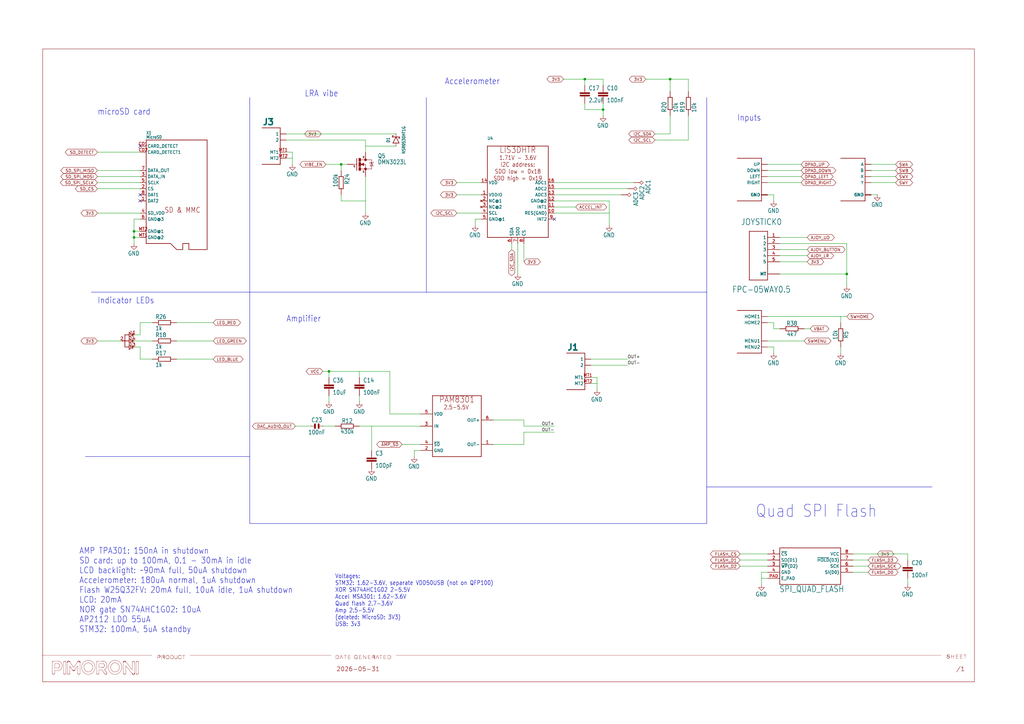
<source format=kicad_sch>
(kicad_sch (version 20230121) (generator eeschema)
  (paper "User" 426.949 302.158)
  (lib_symbols
    (symbol "32blit-eagle-import:1X02JST_SH"
      (property "Reference" "J" (at 0 8.382 0))
      (symbol "1X02JST_SH_1_0"
        (pin bidirectional line (at 10.16 5.08 180) (length 2.54) (name "1") (number "1"))
        (pin bidirectional line (at 10.16 2.54 180) (length 2.54) (name "2") (number "2"))
        (pin bidirectional line (at 10.16 -2.54 180) (length 2.54) (name "MT1") (number "MT1"))
        (pin bidirectional line (at 10.16 -5.08 180) (length 2.54) (name "MT2") (number "MT2"))
      )
    )
    (symbol "32blit-eagle-import:1X02PICOBLADE"
      (property "Reference" "J" (at 0 8.382 0))
      (symbol "1X02PICOBLADE_1_0"
        (pin bidirectional line (at 10.16 5.08 180) (length 2.54) (name "1") (number "1"))
        (pin bidirectional line (at 10.16 2.54 180) (length 2.54) (name "2") (number "2"))
        (pin bidirectional line (at 10.16 -2.54 180) (length 2.54) (name "MT1") (number "MT1"))
        (pin bidirectional line (at 10.16 -5.08 180) (length 2.54) (name "MT2") (number "MT2"))
      )
    )
    (symbol "32blit-eagle-import:ABXY"
      (symbol "ABXY_1_0"
        (pin bidirectional line (at 7.62 5.08 180) (length 2.54) (name "A") (number "A"))
        (pin bidirectional line (at 7.62 2.54 180) (length 2.54) (name "B") (number "B"))
        (pin bidirectional line (at 7.62 -7.62 180) (length 2.54) (name "GND") (number "GND1"))
        (pin bidirectional line (at 7.62 -7.62 180) (length 2.54) (name "GND") (number "GND2"))
        (pin bidirectional line (at 7.62 -7.62 180) (length 2.54) (name "GND") (number "GND3"))
        (pin bidirectional line (at 7.62 -7.62 180) (length 2.54) (name "GND") (number "GND4"))
        (pin bidirectional line (at 7.62 0 180) (length 2.54) (name "X") (number "X"))
        (pin bidirectional line (at 7.62 -2.54 180) (length 2.54) (name "Y") (number "Y"))
      )
    )
    (symbol "32blit-eagle-import:ACCEL_LIS3DHTR"
      (property "Reference" "U" (at -12.7 27.94 0))
      (symbol "ACCEL_LIS3DHTR_1_0"
        (text "1.71V - 3.6V\nI2C address:\nSDO low = 0x18\nSDO high = 0x19" (at 0 21.59 0) (effects (font (size 1.778 1.5113)) (justify top)))
        (text "LIS3DHTR" (at 0 22.352 0) (effects (font (size 2.54 2.159)) (justify bottom)))
        (pin power_in line (at -15.24 5.08 0) (length 2.54) (name "VDDIO") (number "1"))
        (pin bidirectional line (at 15.24 -2.54 180) (length 2.54) (name "RES(GND)") (number "10"))
        (pin output line (at 15.24 0 180) (length 2.54) (name "INT1") (number "11"))
        (pin power_in line (at 15.24 2.54 180) (length 2.54) (name "GND@2") (number "12"))
        (pin input line (at 15.24 5.08 180) (length 2.54) (name "ADC3") (number "13"))
        (pin power_in line (at -15.24 10.16 0) (length 2.54) (name "VDD") (number "14"))
        (pin input line (at 15.24 7.62 180) (length 2.54) (name "ADC2") (number "15"))
        (pin input line (at 15.24 10.16 180) (length 2.54) (name "ADC1") (number "16"))
        (pin no_connect line (at -15.24 2.54 0) (length 2.54) (name "NC@1") (number "2"))
        (pin no_connect line (at -15.24 0 0) (length 2.54) (name "NC@2") (number "3"))
        (pin bidirectional line (at -15.24 -2.54 0) (length 2.54) (name "SCL") (number "4"))
        (pin power_in line (at -15.24 -5.08 0) (length 2.54) (name "GND@1") (number "5"))
        (pin bidirectional line (at -2.54 -15.24 90) (length 2.54) (name "SDA") (number "6"))
        (pin bidirectional line (at 0 -15.24 90) (length 2.54) (name "SDO") (number "7"))
        (pin input line (at 2.54 -15.24 90) (length 2.54) (name "CS") (number "8"))
        (pin output line (at 15.24 -5.08 180) (length 2.54) (name "INT2") (number "9"))
      )
    )
    (symbol "32blit-eagle-import:C-EUC0402K"
      (property "Reference" "C" (at 1.524 0.381 0))
      (symbol "C-EUC0402K_1_0"
        (pin passive line (at 0 2.54 270) (length 2.54) (name "1") (number "1"))
        (pin passive line (at 0 -5.08 90) (length 2.54) (name "2") (number "2"))
      )
    )
    (symbol "32blit-eagle-import:C-EUC0603"
      (property "Reference" "C" (at 1.524 0.381 0))
      (symbol "C-EUC0603_1_0"
        (pin passive line (at 0 2.54 270) (length 2.54) (name "1") (number "1"))
        (pin passive line (at 0 -5.08 90) (length 2.54) (name "2") (number "2"))
      )
    )
    (symbol "32blit-eagle-import:C-EUC0805"
      (property "Reference" "C" (at 1.524 0.381 0))
      (symbol "C-EUC0805_1_0"
        (pin passive line (at 0 2.54 270) (length 2.54) (name "1") (number "1"))
        (pin passive line (at 0 -5.08 90) (length 2.54) (name "2") (number "2"))
      )
    )
    (symbol "32blit-eagle-import:CAPACITOR.0402"
      (property "Reference" "C" (at -2.54 0 90))
      (symbol "CAPACITOR.0402_1_0"
        (pin bidirectional line (at 0 2.54 270) (length 0) (name "1") (number "1"))
        (pin bidirectional line (at 0 -2.54 90) (length 0) (name "2") (number "2"))
      )
    )
    (symbol "32blit-eagle-import:DINA3_PIM_L"
      (symbol "DINA3_PIM_L_1_0"
        (text "${#}/${##}" (at 384.574 4.318 0) (effects (font (size 1.778 1.778)) (justify right bottom)))
        (text "${CURRENT_DATE}" (at 122.428 4.318 0) (effects (font (size 1.778 1.778)) (justify left bottom)))
        (text "${PROJECTNAME}" (at 48.006 4.318 0) (effects (font (size 1.778 1.778)) (justify left bottom)))
      )
    )
    (symbol "32blit-eagle-import:DIODE-SCHOTTKY"
      (property "Reference" "D" (at 0 2.54 0))
      (symbol "DIODE-SCHOTTKY_1_0"
        (pin passive line (at -2.54 0 0) (length 0) (name "A") (number "A"))
        (pin passive line (at 2.54 0 180) (length 0) (name "C") (number "C"))
      )
    )
    (symbol "32blit-eagle-import:DPAD"
      (symbol "DPAD_1_0"
        (pin bidirectional line (at 7.62 2.54 180) (length 2.54) (name "DOWN") (number "DOWN"))
        (pin bidirectional line (at 7.62 -7.62 180) (length 2.54) (name "GND") (number "GND1"))
        (pin bidirectional line (at 7.62 -7.62 180) (length 2.54) (name "GND") (number "GND2"))
        (pin bidirectional line (at 7.62 -7.62 180) (length 2.54) (name "GND") (number "GND3"))
        (pin bidirectional line (at 7.62 -7.62 180) (length 2.54) (name "GND") (number "GND4"))
        (pin bidirectional line (at 7.62 0 180) (length 2.54) (name "LEFT") (number "LEFT"))
        (pin bidirectional line (at 7.62 -2.54 180) (length 2.54) (name "RIGHT") (number "RIGHT"))
        (pin bidirectional line (at 7.62 5.08 180) (length 2.54) (name "UP") (number "UP"))
      )
    )
    (symbol "32blit-eagle-import:FPC-05WAY0.5"
      (property "Reference" "FPC" (at -2.54 5.08 0))
      (symbol "FPC-05WAY0.5_1_0"
        (pin bidirectional line (at 5.08 0 180) (length 5.08) (name "1") (number "1"))
        (pin bidirectional line (at 5.08 -2.54 180) (length 5.08) (name "2") (number "2"))
        (pin bidirectional line (at 5.08 -5.08 180) (length 5.08) (name "3") (number "3"))
        (pin bidirectional line (at 5.08 -7.62 180) (length 5.08) (name "4") (number "4"))
        (pin bidirectional line (at 5.08 -10.16 180) (length 5.08) (name "5") (number "5"))
        (pin bidirectional line (at 5.08 -15.24 180) (length 5.08) (name "MT") (number "MT1"))
        (pin bidirectional line (at 5.08 -15.24 180) (length 5.08) (name "MT") (number "MT2"))
      )
    )
    (symbol "32blit-eagle-import:HOME-MENU"
      (symbol "HOME-MENU_1_0"
        (pin bidirectional line (at 7.62 -7.62 180) (length 2.54) (name "MENU2") (number "GND3"))
        (pin bidirectional line (at 7.62 2.54 180) (length 2.54) (name "HOME2") (number "GND4"))
        (pin bidirectional line (at 7.62 5.08 180) (length 2.54) (name "HOME1") (number "HOME"))
        (pin bidirectional line (at 7.62 -5.08 180) (length 2.54) (name "MENU1") (number "MENU"))
      )
    )
    (symbol "32blit-eagle-import:LED_RGB_4P6028_REVERSE"
      (symbol "LED_RGB_4P6028_REVERSE_1_0"
        (text "B" (at -1.778 -2.794 0) (effects (font (size 0.6096 0.5181) (thickness 0.1036) bold) (justify left bottom)))
        (text "G" (at -1.778 -0.254 0) (effects (font (size 0.6096 0.5181) (thickness 0.1036) bold) (justify left bottom)))
        (text "R" (at -1.778 2.286 0) (effects (font (size 0.6096 0.5181) (thickness 0.1036) bold) (justify left bottom)))
        (pin bidirectional line (at 0 2.54 180) (length 0) (name "RC") (number "1"))
        (pin bidirectional line (at -5.08 0 0) (length 0) (name "A") (number "2"))
        (pin bidirectional line (at 0 -2.54 180) (length 0) (name "BC") (number "3"))
        (pin bidirectional line (at 0 0 180) (length 0) (name "GC") (number "4"))
      )
    )
    (symbol "32blit-eagle-import:MICROSD"
      (property "Reference" "CN" (at -12.7 22.606 0))
      (symbol "MICROSD_1_0"
        (text "SD & MMC" (at -5.08 -10.16 0) (effects (font (size 2.1844 1.8567)) (justify left bottom)))
        (pin bidirectional line (at -15.24 -5.08 0) (length 2.54) (name "DAT2") (number "1"))
        (pin input line (at -15.24 0 0) (length 2.54) (name "CS") (number "2"))
        (pin input line (at -15.24 5.08 0) (length 2.54) (name "DATA_IN") (number "3"))
        (pin power_in line (at -15.24 -10.16 0) (length 2.54) (name "SD_VDD") (number "4"))
        (pin input line (at -15.24 2.54 0) (length 2.54) (name "SCLK") (number "5"))
        (pin power_in line (at -15.24 -12.7 0) (length 2.54) (name "GND@3") (number "6"))
        (pin output line (at -15.24 7.62 0) (length 2.54) (name "DATA_OUT") (number "7"))
        (pin bidirectional line (at -15.24 -2.54 0) (length 2.54) (name "DAT1") (number "8"))
        (pin passive line (at -15.24 17.78 0) (length 2.54) (name "CARD_DETECT") (number "CD1"))
        (pin passive line (at -15.24 15.24 0) (length 2.54) (name "CARD_DETECT1") (number "CD2"))
        (pin power_in line (at -15.24 -20.32 0) (length 2.54) (name "GND@2") (number "MT1"))
        (pin power_in line (at -15.24 -17.78 0) (length 2.54) (name "GND@1") (number "MT2"))
      )
    )
    (symbol "32blit-eagle-import:MOSFET-NCHANNEL"
      (property "Reference" "Q" (at 5.08 2.54 0))
      (symbol "MOSFET-NCHANNEL_1_0"
        (text "D" (at -1.27 2.54 0) (effects (font (size 0.8128 0.6908)) (justify left bottom)))
        (text "G" (at -5.08 -1.27 0) (effects (font (size 0.8128 0.6908)) (justify left bottom)))
        (text "S" (at -1.27 -3.556 0) (effects (font (size 0.8128 0.6908)) (justify left bottom)))
        (pin passive line (at -7.62 0 0) (length 2.54) (name "G") (number "1"))
        (pin passive line (at 0 -5.08 90) (length 2.54) (name "S") (number "2"))
        (pin passive line (at 0 5.08 270) (length 2.54) (name "D") (number "3"))
      )
    )
    (symbol "32blit-eagle-import:PAM8301"
      (symbol "PAM8301_1_0"
        (text "2.5-5.5V" (at -0.254 9.398 0) (effects (font (size 1.778 1.5113)) (justify bottom)))
        (text "PAM8301" (at 0 12.192 0) (effects (font (size 2.54 2.159)) (justify bottom)))
        (pin bidirectional line (at 15.24 -5.08 180) (length 5.08) (name "OUT-") (number "1"))
        (pin bidirectional line (at -15.24 -7.62 0) (length 5.08) (name "GND") (number "2"))
        (pin bidirectional line (at -15.24 2.54 0) (length 5.08) (name "IN") (number "3"))
        (pin bidirectional line (at -15.24 -5.08 0) (length 5.08) (name "~{SD}") (number "4"))
        (pin bidirectional line (at -15.24 7.62 0) (length 5.08) (name "VDD") (number "5"))
        (pin bidirectional line (at 15.24 5.08 180) (length 5.08) (name "OUT+") (number "6"))
      )
    )
    (symbol "32blit-eagle-import:R-EU_R0603"
      (property "Reference" "R" (at 0 1.2446 0))
      (symbol "R-EU_R0603_1_0"
        (pin passive line (at -5.08 0 0) (length 2.54) (name "1") (number "1"))
        (pin passive line (at 5.08 0 180) (length 2.54) (name "2") (number "2"))
      )
    )
    (symbol "32blit-eagle-import:SPI_QUAD_FLASH"
      (symbol "SPI_QUAD_FLASH_1_0"
        (pin bidirectional line (at -17.78 5.08 0) (length 5.08) (name "~{CS}") (number "1"))
        (pin bidirectional line (at -17.78 2.54 0) (length 5.08) (name "SO(D1)") (number "2"))
        (pin bidirectional line (at -17.78 0 0) (length 5.08) (name "~{WP}(D2)") (number "3"))
        (pin bidirectional line (at -17.78 -2.54 0) (length 5.08) (name "GND") (number "4"))
        (pin bidirectional line (at 17.78 -2.54 180) (length 5.08) (name "SI(D0)") (number "5"))
        (pin bidirectional line (at 17.78 0 180) (length 5.08) (name "SCK") (number "6"))
        (pin bidirectional line (at 17.78 2.54 180) (length 5.08) (name "~{HOLD}(D3)") (number "7"))
        (pin bidirectional line (at 17.78 5.08 180) (length 5.08) (name "VCC") (number "8"))
        (pin bidirectional line (at -17.78 -5.08 0) (length 5.08) (name "E_PAD") (number "PAD"))
      )
    )
    (symbol "32blit-eagle-import:rcl_C-EUC0402K"
      (property "Reference" "C" (at 1.524 0.381 0))
      (symbol "rcl_C-EUC0402K_1_0"
        (pin passive line (at 0 2.54 270) (length 2.54) (name "1") (number "1"))
        (pin passive line (at 0 -5.08 90) (length 2.54) (name "2") (number "2"))
      )
    )
    (symbol "Connector:TestPoint_Alt" (pin_numbers hide) (pin_names (offset 0.762) hide)
      (property "Reference" "TP" (at 0 6.858 0))
      (property "Value" "TestPoint_Alt" (at 0 5.08 0))
      (symbol "TestPoint_Alt_1_1"
        (pin passive line (at 0 0 90) (length 2.54) (name "1") (number "1"))
      )
    )
    (symbol "power:GND" (power) (pin_names (offset 0))
      (property "Value" "GND" (at 0 -3.81 0))
      (symbol "GND_1_1"
        (pin power_in line (at 0 0 270) (length 0) hide (name "GND") (number "1"))
      )
    )
  )
  (junction (at 353.06 114.3))
  (junction (at 243.84 33.02))
  (junction (at 55.88 99.06))
  (junction (at 142.24 68.58))
  (junction (at 251.46 45.72))
  (junction (at 137.16 154.94))
  (junction (at 279.4 33.02))
  (junction (at 55.88 96.52))
  (no_connect (at 231.14 91.44))
  (no_connect (at 58.42 60.96))
  (no_connect (at 58.42 81.28))
  (no_connect (at 58.42 83.82))
  (wire (pts (xy 254 88.9) (xy 254 83.82)) (stroke (width 0.1524)))
  (wire (pts (xy 246.38 152.4) (xy 261.62 152.4)) (stroke (width 0.1524)))
  (wire (pts (xy 218.44 180.34) (xy 231.14 180.34)))
  (wire (pts (xy 139.7 177.8) (xy 134.62 177.8)) (stroke (width 0.1524)))
  (wire (pts (xy 142.24 68.58) (xy 142.24 71.12)) (stroke (width 0.1524)))
  (polyline (pts (xy 35.56 190.5) (xy 104.14 190.5)) (stroke (width 0.1524) (type solid)))
  (wire (pts (xy 259.08 81.28) (xy 231.14 81.28)) (stroke (width 0.1524)))
  (wire (pts (xy 287.02 33.02) (xy 287.02 38.1)) (stroke (width 0.1524)))
  (wire (pts (xy 218.44 185.42) (xy 205.74 185.42)) (stroke (width 0.1524)))
  (wire (pts (xy 251.46 45.72) (xy 251.46 43.18)) (stroke (width 0.1524)))
  (polyline (pts (xy 294.64 203.2) (xy 388.62 203.2)) (stroke (width 0.1524) (type solid)))
  (wire (pts (xy 231.14 86.36) (xy 240.03 86.36)) (stroke (width 0.1524)))
  (wire (pts (xy 353.06 114.3) (xy 353.06 101.6)) (stroke (width 0.1524)))
  (wire (pts (xy 58.42 76.2) (xy 40.64 76.2)) (stroke (width 0.1524)))
  (wire (pts (xy 55.88 139.7) (xy 58.42 139.7)) (stroke (width 0.1524)))
  (polyline (pts (xy 294.64 218.44) (xy 294.64 203.2)) (stroke (width 0.1524) (type solid)))
  (wire (pts (xy 134.62 154.94) (xy 137.16 154.94)) (stroke (width 0.1524)))
  (wire (pts (xy 119.38 55.88) (xy 165.1 55.88)) (stroke (width 0.1524)))
  (wire (pts (xy 149.86 167.64) (xy 149.86 165.1)) (stroke (width 0.1524)))
  (wire (pts (xy 190.5 81.28) (xy 200.66 81.28)) (stroke (width 0.1524)))
  (polyline (pts (xy 294.64 203.2) (xy 294.64 121.92)) (stroke (width 0.1524) (type solid)))
  (wire (pts (xy 320.04 233.68) (xy 308.61 233.68)) (stroke (width 0.1524)))
  (wire (pts (xy 40.64 78.74) (xy 58.42 78.74)) (stroke (width 0.1524)))
  (wire (pts (xy 251.46 48.26) (xy 251.46 45.72)) (stroke (width 0.1524)))
  (wire (pts (xy 218.44 180.34) (xy 218.44 185.42)) (stroke (width 0.1524)))
  (wire (pts (xy 152.4 60.96) (xy 152.4 63.5)) (stroke (width 0.1524)))
  (polyline (pts (xy 104.14 218.44) (xy 294.64 218.44)) (stroke (width 0.1524) (type solid)))
  (wire (pts (xy 162.56 172.72) (xy 162.56 154.94)) (stroke (width 0.1524)))
  (wire (pts (xy 355.6 233.68) (xy 361.95 233.68)) (stroke (width 0.1524)))
  (wire (pts (xy 279.4 55.88) (xy 279.4 48.26)) (stroke (width 0.1524)))
  (wire (pts (xy 243.84 33.02) (xy 234.95 33.02)) (stroke (width 0.1524)))
  (wire (pts (xy 142.24 83.82) (xy 142.24 81.28)) (stroke (width 0.1524)))
  (wire (pts (xy 254 93.98) (xy 254 88.9)) (stroke (width 0.1524)))
  (wire (pts (xy 119.38 63.5) (xy 121.92 63.5)) (stroke (width 0.1524)))
  (wire (pts (xy 55.88 91.44) (xy 55.88 96.52)) (stroke (width 0.1524)))
  (wire (pts (xy 254 83.82) (xy 231.14 83.82)) (stroke (width 0.1524)))
  (wire (pts (xy 119.38 58.42) (xy 152.4 58.42)) (stroke (width 0.1524)))
  (wire (pts (xy 162.56 154.94) (xy 149.86 154.94)) (stroke (width 0.1524)))
  (wire (pts (xy 322.58 81.28) (xy 322.58 83.82)) (stroke (width 0.1524)))
  (wire (pts (xy 58.42 73.66) (xy 40.64 73.66)) (stroke (width 0.1524)))
  (wire (pts (xy 55.88 96.52) (xy 58.42 96.52)) (stroke (width 0.1524)))
  (wire (pts (xy 320.04 76.2) (xy 334.01 76.2)) (stroke (width 0.1524)))
  (polyline (pts (xy 104.14 121.92) (xy 38.1 121.92)) (stroke (width 0.1524) (type solid)))
  (wire (pts (xy 363.22 71.12) (xy 373.38 71.12)) (stroke (width 0.1524)))
  (wire (pts (xy 355.6 238.76) (xy 361.95 238.76)) (stroke (width 0.1524)))
  (wire (pts (xy 40.64 88.9) (xy 58.42 88.9)) (stroke (width 0.1524)))
  (wire (pts (xy 149.86 157.48) (xy 149.86 154.94)) (stroke (width 0.1524)))
  (wire (pts (xy 73.66 142.24) (xy 88.9 142.24)) (stroke (width 0.1524)))
  (wire (pts (xy 363.22 73.66) (xy 373.38 73.66)) (stroke (width 0.1524)))
  (wire (pts (xy 152.4 73.66) (xy 152.4 83.82)) (stroke (width 0.1524)))
  (wire (pts (xy 273.05 58.42) (xy 287.02 58.42)) (stroke (width 0.1524)))
  (wire (pts (xy 279.4 38.1) (xy 279.4 33.02)) (stroke (width 0.1524)))
  (wire (pts (xy 137.16 154.94) (xy 137.16 157.48)) (stroke (width 0.1524)))
  (wire (pts (xy 152.4 83.82) (xy 152.4 88.9)) (stroke (width 0.1524)))
  (wire (pts (xy 279.4 33.02) (xy 287.02 33.02)) (stroke (width 0.1524)))
  (wire (pts (xy 320.04 231.14) (xy 308.61 231.14)) (stroke (width 0.1524)))
  (wire (pts (xy 198.12 91.44) (xy 200.66 91.44)) (stroke (width 0.1524)))
  (wire (pts (xy 190.5 88.9) (xy 200.66 88.9)) (stroke (width 0.1524)))
  (wire (pts (xy 58.42 134.62) (xy 63.5 134.62)) (stroke (width 0.1524)))
  (wire (pts (xy 152.4 83.82) (xy 142.24 83.82)) (stroke (width 0.1524)))
  (wire (pts (xy 55.88 99.06) (xy 55.88 101.6)) (stroke (width 0.1524)))
  (wire (pts (xy 320.04 142.24) (xy 335.28 142.24)) (stroke (width 0.1524)))
  (wire (pts (xy 246.38 160.02) (xy 248.92 160.02)) (stroke (width 0.1524)))
  (wire (pts (xy 149.86 177.8) (xy 154.94 177.8)) (stroke (width 0.1524)))
  (wire (pts (xy 149.86 154.94) (xy 137.16 154.94)) (stroke (width 0.1524)))
  (wire (pts (xy 73.66 149.86) (xy 88.9 149.86)) (stroke (width 0.1524)))
  (wire (pts (xy 215.9 101.6) (xy 215.9 114.3)) (stroke (width 0.1524)))
  (wire (pts (xy 363.22 81.28) (xy 365.76 81.28)) (stroke (width 0.1524)))
  (wire (pts (xy 154.94 187.96) (xy 154.94 177.8)) (stroke (width 0.1524)))
  (wire (pts (xy 320.04 144.78) (xy 322.58 144.78)) (stroke (width 0.1524)))
  (wire (pts (xy 251.46 35.56) (xy 251.46 33.02)) (stroke (width 0.1524)))
  (wire (pts (xy 287.02 58.42) (xy 287.02 48.26)) (stroke (width 0.1524)))
  (wire (pts (xy 172.72 187.96) (xy 175.26 187.96)) (stroke (width 0.1524)))
  (wire (pts (xy 320.04 238.76) (xy 317.5 238.76)) (stroke (width 0.1524)))
  (wire (pts (xy 322.58 134.62) (xy 322.58 137.16)) (stroke (width 0.1524)))
  (wire (pts (xy 152.4 58.42) (xy 152.4 60.96)) (stroke (width 0.1524)))
  (wire (pts (xy 355.6 231.14) (xy 378.46 231.14)) (stroke (width 0.1524)))
  (polyline (pts (xy 294.64 121.92) (xy 294.64 40.64)) (stroke (width 0.1524) (type solid)))
  (wire (pts (xy 248.92 160.02) (xy 248.92 162.56)) (stroke (width 0.1524)))
  (wire (pts (xy 198.12 93.98) (xy 198.12 91.44)) (stroke (width 0.1524)))
  (wire (pts (xy 58.42 149.86) (xy 58.42 144.78)) (stroke (width 0.1524)))
  (wire (pts (xy 325.12 104.14) (xy 336.55 104.14)) (stroke (width 0.1524)))
  (wire (pts (xy 322.58 144.78) (xy 322.58 147.32)) (stroke (width 0.1524)))
  (wire (pts (xy 246.38 149.86) (xy 261.62 149.86)) (stroke (width 0.1524)))
  (wire (pts (xy 55.88 99.06) (xy 55.88 96.52)) (stroke (width 0.1524)))
  (wire (pts (xy 40.64 142.24) (xy 50.8 142.24)))
  (wire (pts (xy 355.6 236.22) (xy 361.95 236.22)) (stroke (width 0.1524)))
  (wire (pts (xy 325.12 99.06) (xy 336.55 99.06)) (stroke (width 0.1524)))
  (wire (pts (xy 320.04 241.3) (xy 317.5 241.3)) (stroke (width 0.1524)))
  (wire (pts (xy 248.92 157.48) (xy 248.92 160.02)) (stroke (width 0.1524)))
  (polyline (pts (xy 104.14 40.64) (xy 104.14 121.92)) (stroke (width 0.1524) (type solid)))
  (wire (pts (xy 363.22 76.2) (xy 373.38 76.2)) (stroke (width 0.1524)))
  (wire (pts (xy 205.74 175.26) (xy 218.44 175.26)) (stroke (width 0.1524)))
  (wire (pts (xy 121.92 63.5) (xy 121.92 66.04)) (stroke (width 0.1524)))
  (wire (pts (xy 58.42 63.5) (xy 40.64 63.5)) (stroke (width 0.1524)))
  (wire (pts (xy 246.38 157.48) (xy 248.92 157.48)) (stroke (width 0.1524)))
  (wire (pts (xy 325.12 109.22) (xy 336.55 109.22)) (stroke (width 0.1524)))
  (wire (pts (xy 325.12 106.68) (xy 336.55 106.68)) (stroke (width 0.1524)))
  (wire (pts (xy 335.28 137.16) (xy 337.82 137.16)) (stroke (width 0.1524)))
  (wire (pts (xy 363.22 68.58) (xy 373.38 68.58)) (stroke (width 0.1524)))
  (wire (pts (xy 58.42 99.06) (xy 55.88 99.06)) (stroke (width 0.1524)))
  (polyline (pts (xy 104.14 218.44) (xy 104.14 121.92)) (stroke (width 0.1524) (type solid)))
  (wire (pts (xy 350.52 144.78) (xy 350.52 147.32)) (stroke (width 0.1524)))
  (wire (pts (xy 218.44 175.26) (xy 218.44 177.8)) (stroke (width 0.1524)))
  (wire (pts (xy 58.42 144.78) (xy 55.88 144.78)) (stroke (width 0.1524)))
  (wire (pts (xy 273.05 55.88) (xy 279.4 55.88)) (stroke (width 0.1524)))
  (wire (pts (xy 129.54 177.8) (xy 123.19 177.8)) (stroke (width 0.1524)))
  (wire (pts (xy 144.78 68.58) (xy 142.24 68.58)) (stroke (width 0.1524)))
  (wire (pts (xy 320.04 81.28) (xy 322.58 81.28)) (stroke (width 0.1524)))
  (wire (pts (xy 322.58 137.16) (xy 325.12 137.16)) (stroke (width 0.1524)))
  (wire (pts (xy 243.84 45.72) (xy 243.84 43.18)) (stroke (width 0.1524)))
  (wire (pts (xy 320.04 68.58) (xy 334.01 68.58)) (stroke (width 0.1524)))
  (wire (pts (xy 218.44 177.8) (xy 231.14 177.8)) (stroke (width 0.1524)))
  (wire (pts (xy 137.16 165.1) (xy 137.16 167.64)) (stroke (width 0.1524)))
  (wire (pts (xy 350.52 134.62) (xy 350.52 132.08)) (stroke (width 0.1524)))
  (wire (pts (xy 264.16 76.2) (xy 231.14 76.2)) (stroke (width 0.1524)))
  (wire (pts (xy 218.44 101.6) (xy 218.44 109.22)) (stroke (width 0.1524)))
  (wire (pts (xy 243.84 35.56) (xy 243.84 33.02)) (stroke (width 0.1524)))
  (wire (pts (xy 175.26 185.42) (xy 167.64 185.42)) (stroke (width 0.1524)))
  (wire (pts (xy 231.14 78.74) (xy 261.62 78.74)) (stroke (width 0.1524)))
  (wire (pts (xy 243.84 33.02) (xy 251.46 33.02)) (stroke (width 0.1524)))
  (wire (pts (xy 231.14 88.9) (xy 254 88.9)) (stroke (width 0.1524)))
  (wire (pts (xy 378.46 233.68) (xy 378.46 231.14)) (stroke (width 0.1524)))
  (wire (pts (xy 353.06 114.3) (xy 353.06 119.38)) (stroke (width 0.1524)))
  (wire (pts (xy 121.92 66.04) (xy 121.92 68.58)) (stroke (width 0.1524)))
  (wire (pts (xy 320.04 71.12) (xy 334.01 71.12)) (stroke (width 0.1524)))
  (wire (pts (xy 73.66 134.62) (xy 88.9 134.62)) (stroke (width 0.1524)))
  (wire (pts (xy 58.42 91.44) (xy 55.88 91.44)) (stroke (width 0.1524)))
  (polyline (pts (xy 177.8 121.92) (xy 294.64 121.92)) (stroke (width 0.1524) (type solid)))
  (wire (pts (xy 317.5 238.76) (xy 317.5 241.3)) (stroke (width 0.1524)))
  (wire (pts (xy 58.42 139.7) (xy 58.42 134.62)) (stroke (width 0.1524)))
  (wire (pts (xy 320.04 236.22) (xy 308.61 236.22)) (stroke (width 0.1524)))
  (wire (pts (xy 320.04 132.08) (xy 350.52 132.08)) (stroke (width 0.1524)))
  (wire (pts (xy 320.04 134.62) (xy 322.58 134.62)) (stroke (width 0.1524)))
  (wire (pts (xy 269.24 33.02) (xy 279.4 33.02)) (stroke (width 0.1524)))
  (wire (pts (xy 378.46 243.84) (xy 378.46 241.3)) (stroke (width 0.1524)))
  (wire (pts (xy 135.89 68.58) (xy 142.24 68.58)) (stroke (width 0.1524)))
  (polyline (pts (xy 177.8 121.92) (xy 177.8 40.64)) (stroke (width 0.1524) (type solid)))
  (wire (pts (xy 353.06 101.6) (xy 325.12 101.6)) (stroke (width 0.1524)))
  (wire (pts (xy 119.38 66.04) (xy 121.92 66.04)) (stroke (width 0.1524)))
  (polyline (pts (xy 104.14 121.92) (xy 177.8 121.92)) (stroke (width 0.1524) (type solid)))
  (wire (pts (xy 251.46 45.72) (xy 243.84 45.72)) (stroke (width 0.1524)))
  (wire (pts (xy 317.5 241.3) (xy 317.5 243.84)) (stroke (width 0.1524)))
  (wire (pts (xy 190.5 76.2) (xy 200.66 76.2)) (stroke (width 0.1524)))
  (wire (pts (xy 172.72 187.96) (xy 172.72 190.5)) (stroke (width 0.1524)))
  (wire (pts (xy 213.36 101.6) (xy 213.36 104.14)) (stroke (width 0.1524)))
  (wire (pts (xy 40.64 71.12) (xy 58.42 71.12)) (stroke (width 0.1524)))
  (wire (pts (xy 350.52 132.08) (xy 353.06 132.08)) (stroke (width 0.1524)))
  (wire (pts (xy 154.94 177.8) (xy 175.26 177.8)) (stroke (width 0.1524)))
  (wire (pts (xy 175.26 172.72) (xy 162.56 172.72)) (stroke (width 0.1524)))
  (wire (pts (xy 55.88 142.24) (xy 63.5 142.24)) (stroke (width 0.1524)))
  (wire (pts (xy 165.1 60.96) (xy 152.4 60.96)) (stroke (width 0.1524)))
  (wire (pts (xy 325.12 114.3) (xy 353.06 114.3)) (stroke (width 0.1524)))
  (wire (pts (xy 320.04 73.66) (xy 334.01 73.66)) (stroke (width 0.1524)))
  (wire (pts (xy 58.42 149.86) (xy 63.5 149.86)) (stroke (width 0.1524)))
  (text "Quad SPI Flash" (at 340.36 213.36 0) (effects (font (size 5.08 4.318))))
  (text "Amplifier" (at 119.38 134.62 0) (effects (font (size 2.54 2.159)) (justify left bottom)))
  (text "Accelerometer" (at 185.42 35.56 0) (effects (font (size 2.54 2.159)) (justify left bottom)))
  (text "Indicator LEDs" (at 40.64 127 0) (effects (font (size 2.54 2.159)) (justify left bottom)))
  (text "Voltages:\nSTM32: 1.62-3.6V, separate VDD50USB (not on QFP100)\nXOR SN74AHC1G02 2-5.5V\nAccel MSA301: 1.62-3.6V\nQuad flash 2.7-3.6V\nAmp 2.5-5.5V\n(deleted: MicroSD: 3V3)\nUSB: 3v3" (at 139.7 261.62 0) (effects (font (size 1.778 1.5113)) (justify left bottom)))
  (text "AMP TPA301: 150nA in shutdown\nSD card: up to 100mA, 0.1 - 30mA in idle\nLCD backlight: ~90mA full, 50uA shutdown\nAccelerometer: 180uA normal, 1uA shutdown\nFlash W25Q32FV: 20mA full, 10uA idle, 1uA shutdown\nLCD: 20mA\nNOR gate SN74AHC1G02: 10uA\nAP2112 LDO 55uA\nSTM32: 100mA, 5uA standby" (at 33.02 264.16 0) (effects (font (size 2.54 2.159)) (justify left bottom)))
  (text "LRA vibe" (at 127 40.64 0) (effects (font (size 2.54 2.159)) (justify left bottom)))
  (text "microSD card" (at 40.64 48.26 0) (effects (font (size 2.54 2.159)) (justify left bottom)))
  (text "Inputs" (at 307.34 50.8 0) (effects (font (size 2.54 2.159)) (justify left bottom)))
  (label "OUT+" (at 231.14 177.8 180) (effects (font (size 1.2446 1.2446))))
  (label "OUT-" (at 261.62 152.4 0) (effects (font (size 1.2446 1.2446))))
  (label "OUT-" (at 231.14 180.34 180) (effects (font (size 1.2446 1.2446))))
  (label "OUT+" (at 261.62 149.86 0) (effects (font (size 1.2446 1.2446))))
  (global_label "AJOY_LR" (shape bidirectional) (at 336.55 106.68 0) (effects (font (size 1.2446 1.2446))) (property "Intersheetrefs" "${INTERSHEET_REFS}" (effects hide)))
  (global_label "FLASH_D3" (shape bidirectional) (at 361.95 233.68 0) (effects (font (size 1.2446 1.2446))) (property "Intersheetrefs" "${INTERSHEET_REFS}" (effects hide)))
  (global_label "VBAT" (shape bidirectional) (at 337.82 137.16 0) (effects (font (size 1.2446 1.2446))) (property "Intersheetrefs" "${INTERSHEET_REFS}" (effects hide)))
  (global_label "FLASH_D0" (shape bidirectional) (at 361.95 238.76 0) (effects (font (size 1.2446 1.2446))) (property "Intersheetrefs" "${INTERSHEET_REFS}" (effects hide)))
  (global_label "SD_SPI_MOSI" (shape bidirectional) (at 40.64 73.66 180) (effects (font (size 1.2446 1.2446))) (property "Intersheetrefs" "${INTERSHEET_REFS}" (effects hide)))
  (global_label "DPAD_UP" (shape bidirectional) (at 334.01 68.58 0) (effects (font (size 1.2446 1.2446))) (property "Intersheetrefs" "${INTERSHEET_REFS}" (effects hide)))
  (global_label "SWHOME" (shape bidirectional) (at 353.06 132.08 0) (effects (font (size 1.2446 1.2446))) (property "Intersheetrefs" "${INTERSHEET_REFS}" (effects hide)))
  (global_label "SD_SPI_MISO" (shape bidirectional) (at 40.64 71.12 180) (effects (font (size 1.2446 1.2446))) (property "Intersheetrefs" "${INTERSHEET_REFS}" (effects hide)))
  (global_label "I2C_SCL" (shape bidirectional) (at 190.5 88.9 180) (effects (font (size 1.2446 1.2446))) (property "Intersheetrefs" "${INTERSHEET_REFS}" (effects hide)))
  (global_label "DPAD_LEFT" (shape bidirectional) (at 334.01 73.66 0) (effects (font (size 1.2446 1.2446))) (property "Intersheetrefs" "${INTERSHEET_REFS}" (effects hide)))
  (global_label "3V3" (shape bidirectional) (at 218.44 109.22 0) (effects (font (size 1.2446 1.2446))) (property "Intersheetrefs" "${INTERSHEET_REFS}" (effects hide)))
  (global_label "SD_DETECT" (shape bidirectional) (at 40.64 63.5 180) (effects (font (size 1.2446 1.2446))) (property "Intersheetrefs" "${INTERSHEET_REFS}" (effects hide)))
  (global_label "I2C_SDA" (shape bidirectional) (at 273.05 55.88 180) (effects (font (size 1.2446 1.2446))) (property "Intersheetrefs" "${INTERSHEET_REFS}" (effects hide)))
  (global_label "AJOY_BUTTON" (shape bidirectional) (at 336.55 104.14 0) (effects (font (size 1.2446 1.2446))) (property "Intersheetrefs" "${INTERSHEET_REFS}" (effects hide)))
  (global_label "DAC_AUDIO_OUT" (shape bidirectional) (at 123.19 177.8 180) (effects (font (size 1.2446 1.2446))) (property "Intersheetrefs" "${INTERSHEET_REFS}" (effects hide)))
  (global_label "3V3" (shape bidirectional) (at 127 55.88 0) (effects (font (size 1.2446 1.2446))) (property "Intersheetrefs" "${INTERSHEET_REFS}" (effects hide)))
  (global_label "3V3" (shape bidirectional) (at 190.5 81.28 180) (effects (font (size 1.2446 1.2446))) (property "Intersheetrefs" "${INTERSHEET_REFS}" (effects hide)))
  (global_label "AJOY_UD" (shape bidirectional) (at 336.55 99.06 0) (effects (font (size 1.2446 1.2446))) (property "Intersheetrefs" "${INTERSHEET_REFS}" (effects hide)))
  (global_label "~{AMP_SD}" (shape bidirectional) (at 167.64 185.42 180) (effects (font (size 1.2446 1.2446))) (property "Intersheetrefs" "${INTERSHEET_REFS}" (effects hide)))
  (global_label "I2C_SCL" (shape bidirectional) (at 273.05 58.42 180) (effects (font (size 1.2446 1.2446))) (property "Intersheetrefs" "${INTERSHEET_REFS}" (effects hide)))
  (global_label "FLASH_D1" (shape bidirectional) (at 308.61 233.68 180) (effects (font (size 1.2446 1.2446))) (property "Intersheetrefs" "${INTERSHEET_REFS}" (effects hide)))
  (global_label "FLASH_CS" (shape bidirectional) (at 308.61 231.14 180) (effects (font (size 1.2446 1.2446))) (property "Intersheetrefs" "${INTERSHEET_REFS}" (effects hide)))
  (global_label "SWA" (shape bidirectional) (at 373.38 68.58 0) (effects (font (size 1.2446 1.2446))) (property "Intersheetrefs" "${INTERSHEET_REFS}" (effects hide)))
  (global_label "LED_BLUE" (shape bidirectional) (at 88.9 149.86 0) (effects (font (size 1.2446 1.2446))) (property "Intersheetrefs" "${INTERSHEET_REFS}" (effects hide)))
  (global_label "FLASH_SCK" (shape bidirectional) (at 361.95 236.22 0) (effects (font (size 1.2446 1.2446))) (property "Intersheetrefs" "${INTERSHEET_REFS}" (effects hide)))
  (global_label "DPAD_DOWN" (shape bidirectional) (at 334.01 71.12 0) (effects (font (size 1.2446 1.2446))) (property "Intersheetrefs" "${INTERSHEET_REFS}" (effects hide)))
  (global_label "ACCEL_INT" (shape bidirectional) (at 240.03 86.36 0) (effects (font (size 1.2446 1.2446))) (property "Intersheetrefs" "${INTERSHEET_REFS}" (effects hide)))
  (global_label "3V3" (shape bidirectional) (at 336.55 109.22 0) (effects (font (size 1.2446 1.2446))) (property "Intersheetrefs" "${INTERSHEET_REFS}" (effects hide)))
  (global_label "3V3" (shape bidirectional) (at 40.64 142.24 180) (effects (font (size 1.2446 1.2446))) (property "Intersheetrefs" "${INTERSHEET_REFS}" (effects hide)))
  (global_label "SWY" (shape bidirectional) (at 373.38 76.2 0) (effects (font (size 1.2446 1.2446))) (property "Intersheetrefs" "${INTERSHEET_REFS}" (effects hide)))
  (global_label "LED_GREEN" (shape bidirectional) (at 88.9 142.24 0) (effects (font (size 1.2446 1.2446))) (property "Intersheetrefs" "${INTERSHEET_REFS}" (effects hide)))
  (global_label "3V3" (shape bidirectional) (at 365.76 231.14 0) (effects (font (size 1.2446 1.2446))) (property "Intersheetrefs" "${INTERSHEET_REFS}" (effects hide)))
  (global_label "3V3" (shape bidirectional) (at 234.95 33.02 180) (effects (font (size 1.2446 1.2446))) (property "Intersheetrefs" "${INTERSHEET_REFS}" (effects hide)))
  (global_label "LED_RED" (shape bidirectional) (at 88.9 134.62 0) (effects (font (size 1.2446 1.2446))) (property "Intersheetrefs" "${INTERSHEET_REFS}" (effects hide)))
  (global_label "3V3" (shape bidirectional) (at 40.64 88.9 180) (effects (font (size 1.2446 1.2446))) (property "Intersheetrefs" "${INTERSHEET_REFS}" (effects hide)))
  (global_label "SWX" (shape bidirectional) (at 373.38 73.66 0) (effects (font (size 1.2446 1.2446))) (property "Intersheetrefs" "${INTERSHEET_REFS}" (effects hide)))
  (global_label "SWMENU" (shape bidirectional) (at 335.28 142.24 0) (effects (font (size 1.2446 1.2446))) (property "Intersheetrefs" "${INTERSHEET_REFS}" (effects hide)))
  (global_label "SWB" (shape bidirectional) (at 373.38 71.12 0) (effects (font (size 1.2446 1.2446))) (property "Intersheetrefs" "${INTERSHEET_REFS}" (effects hide)))
  (global_label "DPAD_RIGHT" (shape bidirectional) (at 334.01 76.2 0) (effects (font (size 1.2446 1.2446))) (property "Intersheetrefs" "${INTERSHEET_REFS}" (effects hide)))
  (global_label "SD_CS" (shape bidirectional) (at 40.64 78.74 180) (effects (font (size 1.2446 1.2446))) (property "Intersheetrefs" "${INTERSHEET_REFS}" (effects hide)))
  (global_label "FLASH_D2" (shape bidirectional) (at 308.61 236.22 180) (effects (font (size 1.2446 1.2446))) (property "Intersheetrefs" "${INTERSHEET_REFS}" (effects hide)))
  (global_label "3V3" (shape bidirectional) (at 190.5 76.2 180) (effects (font (size 1.2446 1.2446))) (property "Intersheetrefs" "${INTERSHEET_REFS}" (effects hide)))
  (global_label "3V3" (shape bidirectional) (at 269.24 33.02 180) (effects (font (size 1.2446 1.2446))) (property "Intersheetrefs" "${INTERSHEET_REFS}" (effects hide)))
  (global_label "VCC" (shape bidirectional) (at 134.62 154.94 180) (effects (font (size 1.2446 1.2446))) (property "Intersheetrefs" "${INTERSHEET_REFS}" (effects hide)))
  (global_label "I2C_SDA" (shape bidirectional) (at 213.36 104.14 270) (effects (font (size 1.2446 1.2446))) (property "Intersheetrefs" "${INTERSHEET_REFS}" (effects hide)))
  (global_label "VIBE_EN" (shape bidirectional) (at 135.89 68.58 180) (effects (font (size 1.2446 1.2446))) (property "Intersheetrefs" "${INTERSHEET_REFS}" (effects hide)))
  (global_label "SD_SPI_SCLK" (shape bidirectional) (at 40.64 76.2 180) (effects (font (size 1.2446 1.2446))) (property "Intersheetrefs" "${INTERSHEET_REFS}" (effects hide)))
  (symbol (lib_id "Connector:TestPoint_Alt") (at 259.08 81.28 270) (unit 1)
    (property "Reference" "ADC3" (at 264.16 80.01 0) (effects (font (size 1.778 1.5113)) (justify left bottom)))
    (property "Value" "TPTP17SQ" (effects hide))
    (property "Footprint" "32blit:TP17SQ" (effects hide))
  )
  (symbol (lib_id "32blit-eagle-import:C-EUC0603") (at 243.84 38.1 0) (unit 1)
    (property "Reference" "C17" (at 245.364 37.719 0) (effects (font (size 1.778 1.5113)) (justify left bottom)))
    (property "Value" "2.2uF" (at 245.364 42.799 0) (effects (font (size 1.778 1.5113)) (justify left bottom)))
    (property "Footprint" "32blit:C0603" (effects hide))
  )
  (symbol (lib_id "power:GND") (at 172.72 190.5 0) (unit 1)
    (property "Reference" "#GND024" (effects hide))
    (property "Value" "GND" (at 170.18 195.58 0) (effects (font (size 1.778 1.5113)) (justify left bottom)))
  )
  (symbol (lib_id "32blit-eagle-import:ACCEL_LIS3DHTR") (at 215.9 86.36 0) (unit 1)
    (property "Reference" "U4" (at 203.2 58.42 0) (effects (font (size 1.27 1.0795)) (justify left bottom)))
    (property "Value" "ACCEL_LIS3DHTR" (effects hide))
    (property "Footprint" "32blit:LGA16_3X3MM" (effects hide))
  )
  (symbol (lib_id "power:GND") (at 322.58 83.82 0) (unit 1)
    (property "Reference" "#GND018" (effects hide))
    (property "Value" "GND" (at 320.04 88.9 0) (effects (font (size 1.778 1.5113)) (justify left bottom)))
  )
  (symbol (lib_id "32blit-eagle-import:1X02JST_SH") (at 109.22 60.96 0) (unit 1)
    (property "Reference" "J3" (at 109.22 52.578 0) (effects (font (size 2.54 2.54) bold) (justify left bottom)))
    (property "Value" "1X02JST_SH" (effects hide))
    (property "Footprint" "32blit:JST_SH_1.0MM_2P" (effects hide))
  )
  (symbol (lib_id "32blit-eagle-import:1X02PICOBLADE") (at 236.22 154.94 0) (unit 1)
    (property "Reference" "J1" (at 236.22 146.558 0) (effects (font (size 2.54 2.54) bold) (justify left bottom)))
    (property "Value" "1X02PICOBLADE" (effects hide))
    (property "Footprint" "32blit:PICOBLADE_1.25MM_2P" (effects hide))
  )
  (symbol (lib_id "32blit-eagle-import:DPAD") (at 312.42 73.66 0) (unit 1)
    (property "Reference" "DPAD0" (effects hide))
    (property "Value" "DPAD" (effects hide))
    (property "Footprint" "32blit:DPAD" (effects hide))
  )
  (symbol (lib_id "power:GND") (at 55.88 101.6 0) (unit 1)
    (property "Reference" "#GND017" (effects hide))
    (property "Value" "GND" (at 53.34 106.68 0) (effects (font (size 1.778 1.5113)) (justify left bottom)))
  )
  (symbol (lib_id "power:GND") (at 137.16 167.64 0) (unit 1)
    (property "Reference" "#GND027" (effects hide))
    (property "Value" "GND" (at 134.62 172.72 0) (effects (font (size 1.778 1.5113)) (justify left bottom)))
  )
  (symbol (lib_id "32blit-eagle-import:SPI_QUAD_FLASH") (at 337.82 236.22 0) (unit 1)
    (property "Reference" "U22" (effects hide))
    (property "Value" "SPI_QUAD_FLASH" (at 324.866 244.348 0) (effects (font (size 2.54 2.159)) (justify left top)))
    (property "Footprint" "32blit:DFN-8_6X5MM" (effects hide))
  )
  (symbol (lib_id "power:GND") (at 317.5 243.84 0) (unit 1)
    (property "Reference" "#GND011" (effects hide))
    (property "Value" "GND" (at 314.96 248.92 0) (effects (font (size 1.778 1.5113)) (justify left bottom)))
  )
  (symbol (lib_id "power:GND") (at 350.52 147.32 0) (unit 1)
    (property "Reference" "#GND049" (effects hide))
    (property "Value" "GND" (at 347.98 152.4 0) (effects (font (size 1.778 1.5113)) (justify left bottom)))
  )
  (symbol (lib_id "power:GND") (at 322.58 147.32 0) (unit 1)
    (property "Reference" "#GND07" (effects hide))
    (property "Value" "GND" (at 320.04 152.4 0) (effects (font (size 1.778 1.5113)) (justify left bottom)))
  )
  (symbol (lib_id "32blit-eagle-import:R-EU_R0603") (at 279.4 43.18 90) (unit 1)
    (property "Reference" "R20" (at 277.9014 46.99 0) (effects (font (size 1.778 1.5113)) (justify left bottom)))
    (property "Value" "10k" (at 282.702 46.99 0) (effects (font (size 1.778 1.5113)) (justify left bottom)))
    (property "Footprint" "32blit:R0603" (effects hide))
  )
  (symbol (lib_id "power:GND") (at 378.46 243.84 0) (unit 1)
    (property "Reference" "#GND013" (effects hide))
    (property "Value" "GND" (at 375.92 248.92 0) (effects (font (size 1.778 1.5113)) (justify left bottom)))
  )
  (symbol (lib_id "32blit-eagle-import:R-EU_R0603") (at 68.58 134.62 0) (unit 1)
    (property "Reference" "R26" (at 64.77 133.1214 0) (effects (font (size 1.778 1.5113)) (justify left bottom)))
    (property "Value" "1k" (at 64.77 137.922 0) (effects (font (size 1.778 1.5113)) (justify left bottom)))
    (property "Footprint" "32blit:R0603" (effects hide))
  )
  (symbol (lib_id "32blit-eagle-import:LED_RGB_4P6028_REVERSE") (at 55.88 142.24 0) (unit 1)
    (property "Reference" "RGB2" (effects hide))
    (property "Value" "LED_RGB_4P6028_REVERSE" (effects hide))
    (property "Footprint" "32blit:LED-6028_REVERSE_RGB" (effects hide))
  )
  (symbol (lib_id "32blit-eagle-import:C-EUC0402K") (at 149.86 160.02 0) (unit 1)
    (property "Reference" "C14" (at 151.384 159.639 0) (effects (font (size 1.778 1.5113)) (justify left bottom)))
    (property "Value" "100nF" (at 151.384 164.719 0) (effects (font (size 1.778 1.5113)) (justify left bottom)))
    (property "Footprint" "32blit:C0402K" (effects hide))
  )
  (symbol (lib_id "power:GND") (at 198.12 93.98 0) (unit 1)
    (property "Reference" "#GND043" (effects hide))
    (property "Value" "GND" (at 195.58 99.06 0) (effects (font (size 1.778 1.5113)) (justify left bottom)))
  )
  (symbol (lib_id "32blit-eagle-import:DIODE-SCHOTTKY") (at 165.1 58.42 90) (unit 1)
    (property "Reference" "D1" (at 162.56 58.42 0) (effects (font (size 1.27 1.0795)) (justify bottom)))
    (property "Value" "NSR0530HT1G" (at 167.64 58.42 0) (effects (font (size 1.27 1.0795)) (justify top)))
    (property "Footprint" "32blit:SOD-323" (effects hide))
  )
  (symbol (lib_id "power:GND") (at 154.94 195.58 0) (unit 1)
    (property "Reference" "#GND014" (effects hide))
    (property "Value" "GND" (at 152.4 200.66 0) (effects (font (size 1.778 1.5113)) (justify left bottom)))
  )
  (symbol (lib_id "32blit-eagle-import:ABXY") (at 355.6 73.66 0) (unit 1)
    (property "Reference" "ABXY0" (effects hide))
    (property "Value" "ABXY" (effects hide))
    (property "Footprint" "32blit:ABXY" (effects hide))
  )
  (symbol (lib_id "power:GND") (at 248.92 162.56 0) (unit 1)
    (property "Reference" "#GND028" (effects hide))
    (property "Value" "GND" (at 246.38 167.64 0) (effects (font (size 1.778 1.5113)) (justify left bottom)))
  )
  (symbol (lib_id "power:GND") (at 365.76 81.28 0) (unit 1)
    (property "Reference" "#GND022" (effects hide))
    (property "Value" "GND" (at 363.22 86.36 0) (effects (font (size 1.778 1.5113)) (justify left bottom)))
  )
  (symbol (lib_id "power:GND") (at 251.46 48.26 0) (unit 1)
    (property "Reference" "#GND04" (effects hide))
    (property "Value" "GND" (at 248.92 53.34 0) (effects (font (size 1.778 1.5113)) (justify left bottom)))
  )
  (symbol (lib_id "32blit-eagle-import:CAPACITOR.0402") (at 132.08 177.8 270) (unit 1)
    (property "Reference" "C23" (at 132.08 175.26 90) (effects (font (size 1.778 1.5113))))
    (property "Value" "100nF" (at 132.08 180.34 90) (effects (font (size 1.778 1.5113))))
    (property "Footprint" "32blit:0402" (effects hide))
  )
  (symbol (lib_id "32blit-eagle-import:MICROSD") (at 73.66 78.74 0) (unit 1)
    (property "Reference" "X1" (at 60.96 56.134 0) (effects (font (size 1.27 1.0795)) (justify left bottom)))
    (property "Value" "MicroSD" (at 60.96 57.912 0) (effects (font (size 1.27 1.0795)) (justify left bottom)))
    (property "Footprint" "32blit:MICROSD" (effects hide))
  )
  (symbol (lib_id "32blit-eagle-import:FPC-05WAY0.5") (at 320.04 99.06 0) (unit 1)
    (property "Reference" "JOYSTICK0" (at 317.5 93.98 0) (effects (font (size 2.54 2.159)) (justify bottom)))
    (property "Value" "FPC-05WAY0.5" (at 317.5 119.38 0) (effects (font (size 2.54 2.159)) (justify top)))
    (property "Footprint" "32blit:FPC-0.5MM-05WAY" (effects hide))
  )
  (symbol (lib_id "power:GND") (at 152.4 88.9 0) (unit 1)
    (property "Reference" "#GND023" (effects hide))
    (property "Value" "GND" (at 149.86 93.98 0) (effects (font (size 1.778 1.5113)) (justify left bottom)))
  )
  (symbol (lib_id "Connector:TestPoint_Alt") (at 261.62 78.74 270) (unit 1)
    (property "Reference" "ADC2" (at 266.7 77.47 0) (effects (font (size 1.778 1.5113)) (justify left bottom)))
    (property "Value" "TPTP17SQ" (effects hide))
    (property "Footprint" "32blit:TP17SQ" (effects hide))
  )
  (symbol (lib_id "32blit-eagle-import:R-EU_R0603") (at 350.52 139.7 270) (unit 1)
    (property "Reference" "R5" (at 351.7646 139.7 0) (effects (font (size 1.778 1.5113)) (justify bottom)))
    (property "Value" "10k" (at 349.25 139.7 0) (effects (font (size 1.778 1.5113)) (justify top)))
    (property "Footprint" "32blit:R0603" (effects hide))
  )
  (symbol (lib_id "32blit-eagle-import:R-EU_R0603") (at 330.2 137.16 0) (unit 1)
    (property "Reference" "R38" (at 330.2 135.9154 0) (effects (font (size 1.778 1.5113)) (justify bottom)))
    (property "Value" "4k7" (at 330.2 138.43 0) (effects (font (size 1.778 1.5113)) (justify top)))
    (property "Footprint" "32blit:R0603" (effects hide))
  )
  (symbol (lib_id "32blit-eagle-import:C-EUC0402K") (at 251.46 38.1 0) (unit 1)
    (property "Reference" "C10" (at 252.984 37.719 0) (effects (font (size 1.778 1.5113)) (justify left bottom)))
    (property "Value" "100nF" (at 252.984 42.799 0) (effects (font (size 1.778 1.5113)) (justify left bottom)))
    (property "Footprint" "32blit:C0402K" (effects hide))
  )
  (symbol (lib_id "32blit-eagle-import:HOME-MENU") (at 312.42 137.16 0) (unit 1)
    (property "Reference" "U$18" (effects hide))
    (property "Value" "HOME-MENU" (effects hide))
    (property "Footprint" "32blit:MENU-HOME" (effects hide))
  )
  (symbol (lib_id "power:GND") (at 353.06 119.38 0) (unit 1)
    (property "Reference" "#GND05" (effects hide))
    (property "Value" "GND" (at 350.52 124.46 0) (effects (font (size 1.778 1.5113)) (justify left bottom)))
  )
  (symbol (lib_id "32blit-eagle-import:C-EUC0603") (at 154.94 190.5 0) (unit 1)
    (property "Reference" "C3" (at 156.464 190.119 0) (effects (font (size 1.778 1.5113)) (justify left bottom)))
    (property "Value" "100pF" (at 156.464 195.199 0) (effects (font (size 1.778 1.5113)) (justify left bottom)))
    (property "Footprint" "32blit:C0603" (effects hide))
  )
  (symbol (lib_id "32blit-eagle-import:DINA3_PIM_L") (at 17.78 284.48 0) (unit 1)
    (property "Reference" "#FRAME1" (effects hide))
    (property "Value" "DINA3_PIM_L" (effects hide))
  )
  (symbol (lib_id "32blit-eagle-import:R-EU_R0603") (at 68.58 149.86 0) (unit 1)
    (property "Reference" "R17" (at 64.77 148.3614 0) (effects (font (size 1.778 1.5113)) (justify left bottom)))
    (property "Value" "1k" (at 64.77 153.162 0) (effects (font (size 1.778 1.5113)) (justify left bottom)))
    (property "Footprint" "32blit:R0603" (effects hide))
  )
  (symbol (lib_id "power:GND") (at 254 93.98 0) (unit 1)
    (property "Reference" "#GND054" (effects hide))
    (property "Value" "GND" (at 251.46 99.06 0) (effects (font (size 1.778 1.5113)) (justify left bottom)))
  )
  (symbol (lib_id "32blit-eagle-import:R-EU_R0603") (at 144.78 177.8 0) (unit 1)
    (property "Reference" "R12" (at 144.78 176.5554 0) (effects (font (size 1.778 1.5113)) (justify bottom)))
    (property "Value" "430k" (at 144.78 179.07 0) (effects (font (size 1.778 1.5113)) (justify top)))
    (property "Footprint" "32blit:R0603" (effects hide))
  )
  (symbol (lib_id "power:GND") (at 149.86 167.64 0) (unit 1)
    (property "Reference" "#GND026" (effects hide))
    (property "Value" "GND" (at 147.32 172.72 0) (effects (font (size 1.778 1.5113)) (justify left bottom)))
  )
  (symbol (lib_id "32blit-eagle-import:PAM8301") (at 190.5 180.34 0) (unit 1)
    (property "Reference" "U5" (effects hide))
    (property "Value" "PAM8301" (effects hide))
    (property "Footprint" "32blit:SOT-23-6" (effects hide))
  )
  (symbol (lib_id "32blit-eagle-import:rcl_C-EUC0402K") (at 378.46 236.22 0) (unit 1)
    (property "Reference" "C20" (at 379.984 235.839 0) (effects (font (size 1.778 1.5113)) (justify left bottom)))
    (property "Value" "100nF" (at 379.984 240.919 0) (effects (font (size 1.778 1.5113)) (justify left bottom)))
    (property "Footprint" "32blit:C0402K" (effects hide))
  )
  (symbol (lib_id "32blit-eagle-import:R-EU_R0603") (at 68.58 142.24 0) (unit 1)
    (property "Reference" "R18" (at 64.77 140.7414 0) (effects (font (size 1.778 1.5113)) (justify left bottom)))
    (property "Value" "1k" (at 64.77 145.542 0) (effects (font (size 1.778 1.5113)) (justify left bottom)))
    (property "Footprint" "32blit:R0603" (effects hide))
  )
  (symbol (lib_id "32blit-eagle-import:R-EU_R0603") (at 142.24 76.2 270) (unit 1)
    (property "Reference" "R24" (at 143.7386 72.39 0) (effects (font (size 1.778 1.5113)) (justify left bottom)))
    (property "Value" "100k" (at 138.938 72.39 0) (effects (font (size 1.778 1.5113)) (justify left bottom)))
    (property "Footprint" "32blit:R0603" (effects hide))
  )
  (symbol (lib_id "power:GND") (at 121.92 68.58 0) (unit 1)
    (property "Reference" "#GND03" (effects hide))
    (property "Value" "GND" (at 119.38 73.66 0) (effects (font (size 1.778 1.5113)) (justify left bottom)))
  )
  (symbol (lib_id "32blit-eagle-import:R-EU_R0603") (at 287.02 43.18 90) (unit 1)
    (property "Reference" "R19" (at 285.5214 46.99 0) (effects (font (size 1.778 1.5113)) (justify left bottom)))
    (property "Value" "10k" (at 290.322 46.99 0) (effects (font (size 1.778 1.5113)) (justify left bottom)))
    (property "Footprint" "32blit:R0603" (effects hide))
  )
  (symbol (lib_id "32blit-eagle-import:C-EUC0805") (at 137.16 160.02 0) (unit 1)
    (property "Reference" "C36" (at 138.684 159.639 0) (effects (font (size 1.778 1.5113)) (justify left bottom)))
    (property "Value" "10uF" (at 138.684 164.719 0) (effects (font (size 1.778 1.5113)) (justify left bottom)))
    (property "Footprint" "32blit:C0805" (effects hide))
  )
  (symbol (lib_id "Connector:TestPoint_Alt") (at 264.16 76.2 270) (unit 1)
    (property "Reference" "ADC1" (at 269.24 74.93 0) (effects (font (size 1.778 1.5113)) (justify left bottom)))
    (property "Value" "TPTP17SQ" (effects hide))
    (property "Footprint" "32blit:TP17SQ" (effects hide))
  )
  (symbol (lib_id "32blit-eagle-import:MOSFET-NCHANNEL") (at 152.4 68.58 0) (unit 1)
    (property "Reference" "Q5" (at 157.48 66.04 0) (effects (font (size 1.778 1.5113)) (justify left bottom)))
    (property "Value" "DMN3023L" (at 157.48 68.58 0) (effects (font (size 1.778 1.5113)) (justify left bottom)))
    (property "Footprint" "32blit:SOT23" (effects hide))
  )
  (symbol (lib_id "power:GND") (at 215.9 114.3 0) (unit 1)
    (property "Reference" "#GND055" (effects hide))
    (property "Value" "GND" (at 213.36 119.38 0) (effects (font (size 1.778 1.5113)) (justify left bottom)))
  )
)
</source>
